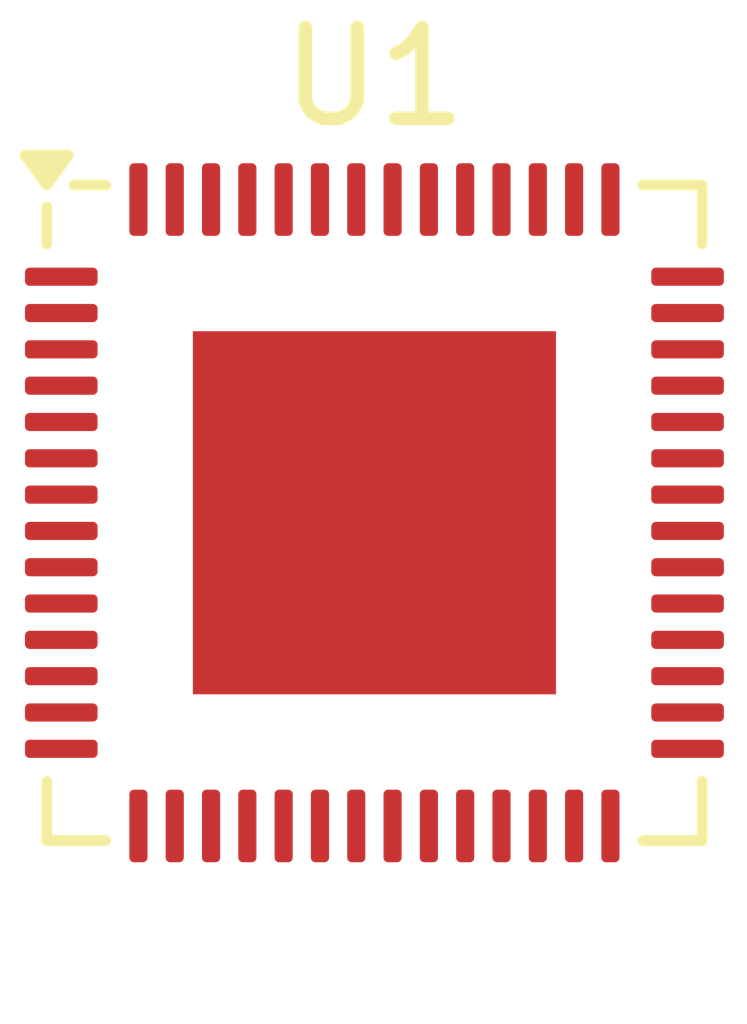
<source format=kicad_pcb>
(kicad_pcb (version 20240108) (generator "pcbnew") (generator_version "8.0")
  (layers (0 "F.Cu" signal) (31 "B.Cu" signal) (34 "B.Paste" user) (35 "F.Paste" user) (36 "B.SilkS" user "B.Silkscreen") (37 "F.SilkS" user "F.Silkscreen") (38 "B.Mask" user) (39 "F.Mask" user) (44 "Edge.Cuts" user))
  (net 0 "")
  (net 27 "Net-(U1-VDD3P3-Pad2)")
  (net 36 "Net-(U1-VDDA-Pad55)")
  (footprint "Package_DFN_QFN:QFN-56-1EP_7x7mm_P0.4mm_EP4x4mm" (layer "F.Cu") (at 87.2 52.4)
    (property "Reference" "U1" (at 0 -4.8 0) (layer "F.SilkS"))
    (property "Value" "ESP32-S3")
    (fp_line (start -3.61 -2.96) (end -3.61 -3.37) (stroke (width 0.12)) (layer "F.SilkS"))
    (fp_line (start -3.61 3.61) (end -3.61 2.96) (stroke (width 0.12)) (layer "F.SilkS"))
    (fp_line (start -2.96 -3.61) (end -3.31 -3.61) (stroke (width 0.12)) (layer "F.SilkS"))
    (fp_line (start -2.96 3.61) (end -3.61 3.61) (stroke (width 0.12)) (layer "F.SilkS"))
    (fp_line (start 2.96 -3.61) (end 3.61 -3.61) (stroke (width 0.12)) (layer "F.SilkS"))
    (fp_line (start 2.96 3.61) (end 3.61 3.61) (stroke (width 0.12)) (layer "F.SilkS"))
    (fp_line (start 3.61 -3.61) (end 3.61 -2.96) (stroke (width 0.12)) (layer "F.SilkS"))
    (fp_line (start 3.61 3.61) (end 3.61 2.96) (stroke (width 0.12)) (layer "F.SilkS"))
    (fp_poly (pts (xy -3.61 -3.61) (xy -3.85 -3.94) (xy -3.37 -3.94) (xy -3.61 -3.61)) (stroke (width 0.12)) (fill solid) (layer "F.SilkS"))
    (pad "1" smd roundrect (at -3.45 -2.6) (size 0.8 0.2) (layers "F.Cu" "F.Paste" "F.Mask"))
    (pad "2" smd roundrect (at -3.45 -2.2) (size 0.8 0.2) (layers "F.Cu" "F.Paste" "F.Mask") (net 27 "Net-(U1-VDD3P3-Pad2)"))
    (pad "3" smd roundrect (at -3.45 -1.8) (size 0.8 0.2) (layers "F.Cu" "F.Paste" "F.Mask") (net 27 "Net-(U1-VDD3P3-Pad2)"))
    (pad "4" smd roundrect (at -3.45 -1.4) (size 0.8 0.2) (layers "F.Cu" "F.Paste" "F.Mask"))
    (pad "5" smd roundrect (at -3.45 -1) (size 0.8 0.2) (layers "F.Cu" "F.Paste" "F.Mask"))
    (pad "6" smd roundrect (at -3.45 -0.6) (size 0.8 0.2) (layers "F.Cu" "F.Paste" "F.Mask"))
    (pad "7" smd roundrect (at -3.45 -0.2) (size 0.8 0.2) (layers "F.Cu" "F.Paste" "F.Mask"))
    (pad "8" smd roundrect (at -3.45 0.2) (size 0.8 0.2) (layers "F.Cu" "F.Paste" "F.Mask"))
    (pad "9" smd roundrect (at -3.45 0.6) (size 0.8 0.2) (layers "F.Cu" "F.Paste" "F.Mask"))
    (pad "10" smd roundrect (at -3.45 1) (size 0.8 0.2) (layers "F.Cu" "F.Paste" "F.Mask"))
    (pad "11" smd roundrect (at -3.45 1.4) (size 0.8 0.2) (layers "F.Cu" "F.Paste" "F.Mask"))
    (pad "12" smd roundrect (at -3.45 1.8) (size 0.8 0.2) (layers "F.Cu" "F.Paste" "F.Mask"))
    (pad "13" smd roundrect (at -3.45 2.2) (size 0.8 0.2) (layers "F.Cu" "F.Paste" "F.Mask"))
    (pad "14" smd roundrect (at -3.45 2.6) (size 0.8 0.2) (layers "F.Cu" "F.Paste" "F.Mask"))
    (pad "15" smd roundrect (at -2.6 3.45) (size 0.2 0.8) (layers "F.Cu" "F.Paste" "F.Mask"))
    (pad "16" smd roundrect (at -2.2 3.45) (size 0.2 0.8) (layers "F.Cu" "F.Paste" "F.Mask"))
    (pad "17" smd roundrect (at -1.8 3.45) (size 0.2 0.8) (layers "F.Cu" "F.Paste" "F.Mask"))
    (pad "18" smd roundrect (at -1.4 3.45) (size 0.2 0.8) (layers "F.Cu" "F.Paste" "F.Mask"))
    (pad "19" smd roundrect (at -1 3.45) (size 0.2 0.8) (layers "F.Cu" "F.Paste" "F.Mask"))
    (pad "20" smd roundrect (at -0.6 3.45) (size 0.2 0.8) (layers "F.Cu" "F.Paste" "F.Mask"))
    (pad "21" smd roundrect (at -0.2 3.45) (size 0.2 0.8) (layers "F.Cu" "F.Paste" "F.Mask"))
    (pad "22" smd roundrect (at 0.2 3.45) (size 0.2 0.8) (layers "F.Cu" "F.Paste" "F.Mask"))
    (pad "23" smd roundrect (at 0.6 3.45) (size 0.2 0.8) (layers "F.Cu" "F.Paste" "F.Mask"))
    (pad "24" smd roundrect (at 1 3.45) (size 0.2 0.8) (layers "F.Cu" "F.Paste" "F.Mask"))
    (pad "25" smd roundrect (at 1.4 3.45) (size 0.2 0.8) (layers "F.Cu" "F.Paste" "F.Mask"))
    (pad "26" smd roundrect (at 1.8 3.45) (size 0.2 0.8) (layers "F.Cu" "F.Paste" "F.Mask"))
    (pad "27" smd roundrect (at 2.2 3.45) (size 0.2 0.8) (layers "F.Cu" "F.Paste" "F.Mask"))
    (pad "28" smd roundrect (at 2.6 3.45) (size 0.2 0.8) (layers "F.Cu" "F.Paste" "F.Mask"))
    (pad "29" smd roundrect (at 3.45 2.6) (size 0.8 0.2) (layers "F.Cu" "F.Paste" "F.Mask"))
    (pad "30" smd roundrect (at 3.45 2.2) (size 0.8 0.2) (layers "F.Cu" "F.Paste" "F.Mask"))
    (pad "31" smd roundrect (at 3.45 1.8) (size 0.8 0.2) (layers "F.Cu" "F.Paste" "F.Mask"))
    (pad "32" smd roundrect (at 3.45 1.4) (size 0.8 0.2) (layers "F.Cu" "F.Paste" "F.Mask"))
    (pad "33" smd roundrect (at 3.45 1) (size 0.8 0.2) (layers "F.Cu" "F.Paste" "F.Mask"))
    (pad "34" smd roundrect (at 3.45 0.6) (size 0.8 0.2) (layers "F.Cu" "F.Paste" "F.Mask"))
    (pad "35" smd roundrect (at 3.45 0.2) (size 0.8 0.2) (layers "F.Cu" "F.Paste" "F.Mask"))
    (pad "36" smd roundrect (at 3.45 -0.2) (size 0.8 0.2) (layers "F.Cu" "F.Paste" "F.Mask"))
    (pad "37" smd roundrect (at 3.45 -0.6) (size 0.8 0.2) (layers "F.Cu" "F.Paste" "F.Mask"))
    (pad "38" smd roundrect (at 3.45 -1) (size 0.8 0.2) (layers "F.Cu" "F.Paste" "F.Mask"))
    (pad "39" smd roundrect (at 3.45 -1.4) (size 0.8 0.2) (layers "F.Cu" "F.Paste" "F.Mask"))
    (pad "40" smd roundrect (at 3.45 -1.8) (size 0.8 0.2) (layers "F.Cu" "F.Paste" "F.Mask"))
    (pad "41" smd roundrect (at 3.45 -2.2) (size 0.8 0.2) (layers "F.Cu" "F.Paste" "F.Mask"))
    (pad "42" smd roundrect (at 3.45 -2.6) (size 0.8 0.2) (layers "F.Cu" "F.Paste" "F.Mask"))
    (pad "43" smd roundrect (at 2.6 -3.45) (size 0.2 0.8) (layers "F.Cu" "F.Paste" "F.Mask"))
    (pad "44" smd roundrect (at 2.2 -3.45) (size 0.2 0.8) (layers "F.Cu" "F.Paste" "F.Mask"))
    (pad "45" smd roundrect (at 1.8 -3.45) (size 0.2 0.8) (layers "F.Cu" "F.Paste" "F.Mask"))
    (pad "46" smd roundrect (at 1.4 -3.45) (size 0.2 0.8) (layers "F.Cu" "F.Paste" "F.Mask"))
    (pad "47" smd roundrect (at 1 -3.45) (size 0.2 0.8) (layers "F.Cu" "F.Paste" "F.Mask"))
    (pad "48" smd roundrect (at 0.6 -3.45) (size 0.2 0.8) (layers "F.Cu" "F.Paste" "F.Mask"))
    (pad "49" smd roundrect (at 0.2 -3.45) (size 0.2 0.8) (layers "F.Cu" "F.Paste" "F.Mask"))
    (pad "50" smd roundrect (at -0.2 -3.45) (size 0.2 0.8) (layers "F.Cu" "F.Paste" "F.Mask"))
    (pad "51" smd roundrect (at -0.6 -3.45) (size 0.2 0.8) (layers "F.Cu" "F.Paste" "F.Mask"))
    (pad "52" smd roundrect (at -1 -3.45) (size 0.2 0.8) (layers "F.Cu" "F.Paste" "F.Mask"))
    (pad "53" smd roundrect (at -1.4 -3.45) (size 0.2 0.8) (layers "F.Cu" "F.Paste" "F.Mask"))
    (pad "54" smd roundrect (at -1.8 -3.45) (size 0.2 0.8) (layers "F.Cu" "F.Paste" "F.Mask"))
    (pad "55" smd roundrect (at -2.2 -3.45) (size 0.2 0.8) (layers "F.Cu" "F.Paste" "F.Mask") (net 36 "Net-(U1-VDDA-Pad55)"))
    (pad "56" smd roundrect (at -2.6 -3.45) (size 0.2 0.8) (layers "F.Cu" "F.Paste" "F.Mask") (net 36 "Net-(U1-VDDA-Pad55)"))
    (pad "57" smd rect (at 0 0) (size 4 4) (property pad_prop_heatsink) (layers "F.Cu" "F.Mask"))
  )
)
</source>
